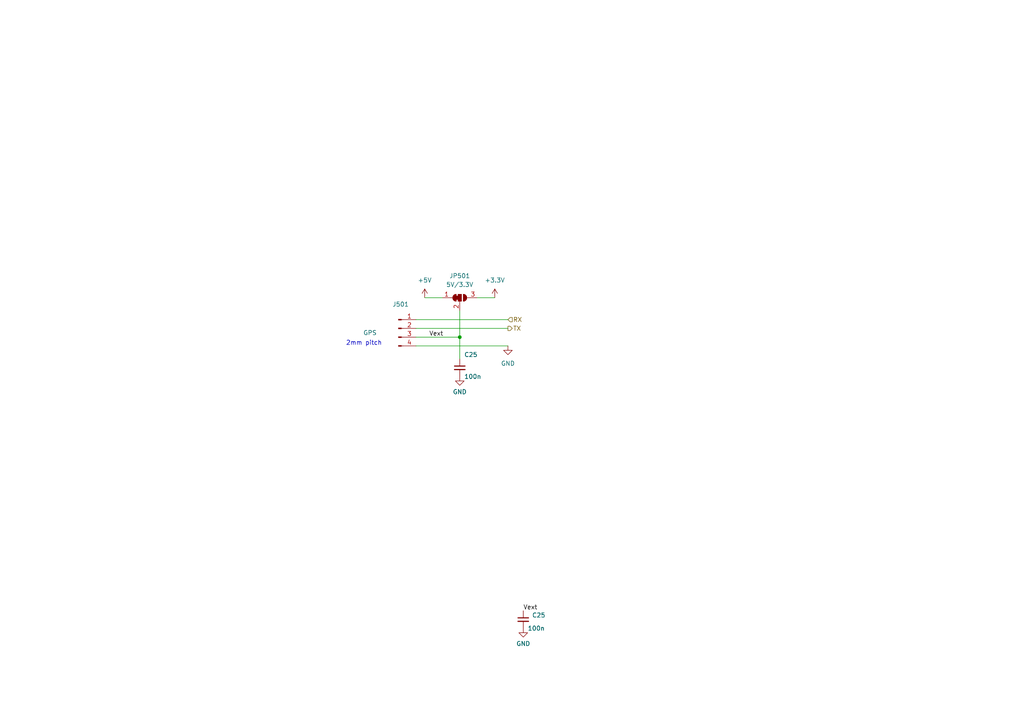
<source format=kicad_sch>
(kicad_sch (version 20231120) (generator "eeschema") (generator_version "8.0")
  (paper "A4")
  (lib_symbols
    (symbol "Connector:Conn_01x04_Pin" (pin_names (offset 1.016) hide)
      (property "Reference" "J" (at 0 5.08 0))
      (property "Value" "Conn_01x04_Pin" (at 0 -7.62 0))
      (symbol "Conn_01x04_Pin_1_1"
        (polyline (pts (xy 1.27 -5.08) (xy 0.8636 -5.08)) (stroke (width 0.1524)))
        (polyline (pts (xy 1.27 -2.54) (xy 0.8636 -2.54)) (stroke (width 0.1524)))
        (polyline (pts (xy 1.27 0) (xy 0.8636 0)) (stroke (width 0.1524)))
        (polyline (pts (xy 1.27 2.54) (xy 0.8636 2.54)) (stroke (width 0.1524)))
        (rectangle (start 0.8636 -4.953) (end 0 -5.207) (stroke (width 0.1524)) (fill (type outline)))
        (rectangle (start 0.8636 -2.413) (end 0 -2.667) (stroke (width 0.1524)) (fill (type outline)))
        (rectangle (start 0.8636 0.127) (end 0 -0.127) (stroke (width 0.1524)) (fill (type outline)))
        (rectangle (start 0.8636 2.667) (end 0 2.413) (stroke (width 0.1524)) (fill (type outline)))
        (pin passive line (at 5.08 2.54 180) (length 3.81) (name "Pin_1") (number "1"))
        (pin passive line (at 5.08 0 180) (length 3.81) (name "Pin_2") (number "2"))
        (pin passive line (at 5.08 -2.54 180) (length 3.81) (name "Pin_3") (number "3"))
        (pin passive line (at 5.08 -5.08 180) (length 3.81) (name "Pin_4") (number "4"))
      )
    )
    (symbol "Device:C_Small" (pin_numbers hide) (pin_names (offset 0.254) hide)
      (property "Reference" "C" (at 0.254 1.778 0))
      (property "Value" "C_Small" (at 0.254 -2.032 0))
      (symbol "C_Small_0_1"
        (polyline (pts (xy -1.524 -0.508) (xy 1.524 -0.508)) (stroke (width 0.3302)))
        (polyline (pts (xy -1.524 0.508) (xy 1.524 0.508)) (stroke (width 0.3048)))
      )
      (symbol "C_Small_1_1"
        (pin passive line (at 0 2.54 270) (length 2.032) (name "~") (number "1"))
        (pin passive line (at 0 -2.54 90) (length 2.032) (name "~") (number "2"))
      )
    )
    (symbol "Jumper:SolderJumper_3_Bridged12" (pin_names (offset 0) hide)
      (property "Reference" "JP" (at -2.54 -2.54 0))
      (property "Value" "SolderJumper_3_Bridged12" (at 0 2.794 0))
      (symbol "SolderJumper_3_Bridged12_0_1"
        (rectangle (start -1.016 0.508) (end -0.508 -0.508) (fill (type outline)))
        (arc (start -1.016 1.016) (mid -2.0276 0) (end -1.016 -1.016))
        (arc (start -1.016 1.016) (mid -2.0276 0) (end -1.016 -1.016) (fill (type outline)))
        (rectangle (start -0.508 1.016) (end 0.508 -1.016) (fill (type outline)))
        (polyline (pts (xy -2.54 0) (xy -2.032 0)))
        (polyline (pts (xy -1.016 1.016) (xy -1.016 -1.016)))
        (polyline (pts (xy 0 -1.27) (xy 0 -1.016)))
        (polyline (pts (xy 1.016 1.016) (xy 1.016 -1.016)))
        (polyline (pts (xy 2.54 0) (xy 2.032 0)))
        (arc (start 1.016 -1.016) (mid 2.0276 0) (end 1.016 1.016))
        (arc (start 1.016 -1.016) (mid 2.0276 0) (end 1.016 1.016) (fill (type outline)))
      )
      (symbol "SolderJumper_3_Bridged12_1_1"
        (pin passive line (at -5.08 0 0) (length 2.54) (name "A") (number "1"))
        (pin passive line (at 0 -3.81 90) (length 2.54) (name "C") (number "2"))
        (pin passive line (at 5.08 0 180) (length 2.54) (name "B") (number "3"))
      )
    )
    (symbol "power:+3.3V" (power) (pin_names (offset 0))
      (property "Value" "+3.3V" (at 0 3.556 0))
      (symbol "+3.3V_0_1"
        (polyline (pts (xy -0.762 1.27) (xy 0 2.54)))
        (polyline (pts (xy 0 0) (xy 0 2.54)))
        (polyline (pts (xy 0 2.54) (xy 0.762 1.27)))
      )
      (symbol "+3.3V_1_1"
        (pin power_in line (at 0 0 90) (length 0) hide (name "+3.3V") (number "1"))
      )
    )
    (symbol "power:+5V" (power) (pin_names (offset 0))
      (property "Value" "+5V" (at 0 3.556 0))
      (symbol "+5V_0_1"
        (polyline (pts (xy -0.762 1.27) (xy 0 2.54)))
        (polyline (pts (xy 0 0) (xy 0 2.54)))
        (polyline (pts (xy 0 2.54) (xy 0.762 1.27)))
      )
      (symbol "+5V_1_1"
        (pin power_in line (at 0 0 90) (length 0) hide (name "+5V") (number "1"))
      )
    )
    (symbol "power:GND" (power) (pin_names (offset 0))
      (property "Value" "GND" (at 0 -3.81 0))
      (symbol "GND_0_1"
        (polyline (pts (xy 0 0) (xy 0 -1.27) (xy 1.27 -1.27) (xy 0 -2.54) (xy -1.27 -1.27) (xy 0 -1.27)))
      )
      (symbol "GND_1_1"
        (pin power_in line (at 0 0 270) (length 0) hide (name "GND") (number "1"))
      )
    )
  )
  (junction (at 133.35 97.79))
  (wire (pts (xy 120.65 100.33) (xy 147.32 100.33)))
  (wire (pts (xy 120.65 95.25) (xy 147.32 95.25)))
  (wire (pts (xy 120.65 97.79) (xy 133.35 97.79)))
  (wire (pts (xy 123.19 86.36) (xy 128.27 86.36)))
  (wire (pts (xy 133.35 97.79) (xy 133.35 90.17)))
  (wire (pts (xy 120.65 92.71) (xy 147.32 92.71)))
  (wire (pts (xy 138.43 86.36) (xy 143.51 86.36)))
  (wire (pts (xy 133.35 97.79) (xy 133.35 104.14)))
  (text "2mm pitch" (at 100.33 100.33 0) (effects (font (size 1.27 1.27)) (justify left bottom)))
  (label "Vext" (at 124.46 97.79 0))
  (label "Vext" (at 151.765 177.165 0))
  (hierarchical_label "RX" (shape input) (at 147.32 92.71 0))
  (hierarchical_label "TX" (shape output) (at 147.32 95.25 0))
  (symbol (lib_id "power:GND") (at 151.765 182.245 0) (unit 1)
    (property "Reference" "#PWR0505" (effects (hide yes)))
    (property "Value" "GND" (at 151.765 186.69 0))
  )
  (symbol (lib_id "power:GND") (at 147.32 100.33 0) (unit 1)
    (property "Reference" "#PWR0504" (effects (hide yes)))
    (property "Value" "GND" (at 147.32 105.41 0))
  )
  (symbol (lib_id "Device:C_Small") (at 133.35 106.68 0) (unit 1)
    (property "Reference" "C25" (at 134.62 102.87 0) (effects (justify left)))
    (property "Value" "100n" (at 134.62 109.22 0) (effects (justify left)))
    (property "Footprint" "A_Device:C_0603" (effects (hide yes)))
    (property "LCSC" "C14663" (effects (hide yes)))
    (instances (project "NIKOLA-02-E-001_PCAScannerController_R1" (path "" (reference "C25") (unit 1))) (project "Nice-Buoy-V1_1" (path "" (reference "C501") (unit 1))))
  )
  (symbol (lib_id "Device:C_Small") (at 151.765 179.705 0) (unit 1)
    (property "Reference" "C25" (at 154.305 178.4412 0) (effects (justify left)))
    (property "Value" "100n" (at 153.035 182.245 0) (effects (justify left)))
    (property "Footprint" "A_Device:C_0603" (effects (hide yes)))
    (property "LCSC" "C14663" (effects (hide yes)))
    (instances (project "NIKOLA-02-E-001_PCAScannerController_R1" (path "" (reference "C25") (unit 1))) (project "Nice-Buoy-V1_1" (path "" (reference "C502") (unit 1))))
  )
  (symbol (lib_id "Jumper:SolderJumper_3_Bridged12") (at 133.35 86.36 0) (unit 1)
    (property "Reference" "JP501" (at 133.35 80.01 0))
    (property "Value" "5V/3.3V" (at 133.35 82.55 0))
    (property "Footprint" "Jumper:SolderJumper-3_P1.3mm_Bridged12_RoundedPad1.0x1.5mm" (effects (hide yes)))
  )
  (symbol (lib_id "Connector:Conn_01x04_Pin") (at 115.57 95.25 0) (unit 1)
    (property "Reference" "J501" (at 116.205 88.265 0))
    (property "Value" "GPS" (at 107.315 96.52 0))
    (property "Footprint" "Connector_JST:JST_XH_B4B-XH-A_1x04_P2.50mm_Vertical" (effects (hide yes)))
    (property "LCSC" "C5341203" (effects (hide yes)))
  )
  (symbol (lib_id "power:GND") (at 133.35 109.22 0) (unit 1)
    (property "Reference" "#PWR0502" (effects (hide yes)))
    (property "Value" "GND" (at 133.35 113.665 0))
  )
  (symbol (lib_id "power:+3.3V") (at 143.51 86.36 0) (unit 1)
    (property "Reference" "#PWR0503" (effects (hide yes)))
    (property "Value" "+3.3V" (at 143.51 81.28 0))
  )
  (symbol (lib_id "power:+5V") (at 123.19 86.36 0) (unit 1)
    (property "Reference" "#PWR0501" (effects (hide yes)))
    (property "Value" "+5V" (at 123.19 81.28 0))
  )
)
</source>
